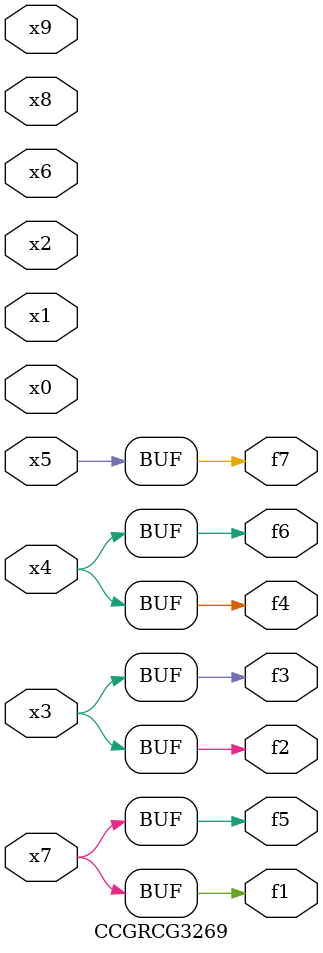
<source format=v>
module CCGRCG3269(
	input x0, x1, x2, x3, x4, x5, x6, x7, x8, x9,
	output f1, f2, f3, f4, f5, f6, f7
);
	assign f1 = x7;
	assign f2 = x3;
	assign f3 = x3;
	assign f4 = x4;
	assign f5 = x7;
	assign f6 = x4;
	assign f7 = x5;
endmodule

</source>
